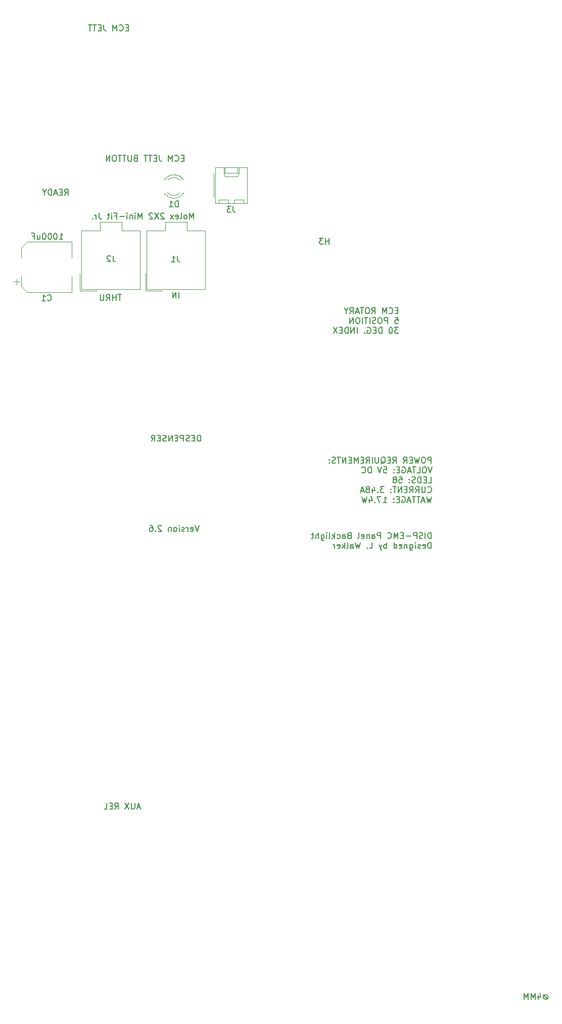
<source format=gbr>
%TF.GenerationSoftware,KiCad,Pcbnew,(5.1.12-1-10_14)*%
%TF.CreationDate,2021-11-28T13:05:42+11:00*%
%TF.ProjectId,DISP-EMC Panel PCB V1,44495350-2d45-44d4-9320-50616e656c20,rev?*%
%TF.SameCoordinates,Original*%
%TF.FileFunction,Legend,Bot*%
%TF.FilePolarity,Positive*%
%FSLAX46Y46*%
G04 Gerber Fmt 4.6, Leading zero omitted, Abs format (unit mm)*
G04 Created by KiCad (PCBNEW (5.1.12-1-10_14)) date 2021-11-28 13:05:42*
%MOMM*%
%LPD*%
G01*
G04 APERTURE LIST*
%ADD10C,0.150000*%
%ADD11C,0.120000*%
G04 APERTURE END LIST*
D10*
X80223904Y-33456571D02*
X79890571Y-33456571D01*
X79747714Y-33980380D02*
X80223904Y-33980380D01*
X80223904Y-32980380D01*
X79747714Y-32980380D01*
X78747714Y-33885142D02*
X78795333Y-33932761D01*
X78938190Y-33980380D01*
X79033428Y-33980380D01*
X79176285Y-33932761D01*
X79271523Y-33837523D01*
X79319142Y-33742285D01*
X79366761Y-33551809D01*
X79366761Y-33408952D01*
X79319142Y-33218476D01*
X79271523Y-33123238D01*
X79176285Y-33028000D01*
X79033428Y-32980380D01*
X78938190Y-32980380D01*
X78795333Y-33028000D01*
X78747714Y-33075619D01*
X78319142Y-33980380D02*
X78319142Y-32980380D01*
X77985809Y-33694666D01*
X77652476Y-32980380D01*
X77652476Y-33980380D01*
X76128666Y-32980380D02*
X76128666Y-33694666D01*
X76176285Y-33837523D01*
X76271523Y-33932761D01*
X76414380Y-33980380D01*
X76509619Y-33980380D01*
X75652476Y-33456571D02*
X75319142Y-33456571D01*
X75176285Y-33980380D02*
X75652476Y-33980380D01*
X75652476Y-32980380D01*
X75176285Y-32980380D01*
X74890571Y-32980380D02*
X74319142Y-32980380D01*
X74604857Y-33980380D02*
X74604857Y-32980380D01*
X74128666Y-32980380D02*
X73557238Y-32980380D01*
X73842952Y-33980380D02*
X73842952Y-32980380D01*
X82224190Y-163996666D02*
X81748000Y-163996666D01*
X82319428Y-164282380D02*
X81986095Y-163282380D01*
X81652761Y-164282380D01*
X81319428Y-163282380D02*
X81319428Y-164091904D01*
X81271809Y-164187142D01*
X81224190Y-164234761D01*
X81128952Y-164282380D01*
X80938476Y-164282380D01*
X80843238Y-164234761D01*
X80795619Y-164187142D01*
X80748000Y-164091904D01*
X80748000Y-163282380D01*
X80367047Y-163282380D02*
X79700380Y-164282380D01*
X79700380Y-163282380D02*
X80367047Y-164282380D01*
X77986095Y-164282380D02*
X78319428Y-163806190D01*
X78557523Y-164282380D02*
X78557523Y-163282380D01*
X78176571Y-163282380D01*
X78081333Y-163330000D01*
X78033714Y-163377619D01*
X77986095Y-163472857D01*
X77986095Y-163615714D01*
X78033714Y-163710952D01*
X78081333Y-163758571D01*
X78176571Y-163806190D01*
X78557523Y-163806190D01*
X77557523Y-163758571D02*
X77224190Y-163758571D01*
X77081333Y-164282380D02*
X77557523Y-164282380D01*
X77557523Y-163282380D01*
X77081333Y-163282380D01*
X76176571Y-164282380D02*
X76652761Y-164282380D01*
X76652761Y-163282380D01*
X125394404Y-80828571D02*
X125061071Y-80828571D01*
X124918214Y-81352380D02*
X125394404Y-81352380D01*
X125394404Y-80352380D01*
X124918214Y-80352380D01*
X123918214Y-81257142D02*
X123965833Y-81304761D01*
X124108690Y-81352380D01*
X124203928Y-81352380D01*
X124346785Y-81304761D01*
X124442023Y-81209523D01*
X124489642Y-81114285D01*
X124537261Y-80923809D01*
X124537261Y-80780952D01*
X124489642Y-80590476D01*
X124442023Y-80495238D01*
X124346785Y-80400000D01*
X124203928Y-80352380D01*
X124108690Y-80352380D01*
X123965833Y-80400000D01*
X123918214Y-80447619D01*
X123489642Y-81352380D02*
X123489642Y-80352380D01*
X123156309Y-81066666D01*
X122822976Y-80352380D01*
X122822976Y-81352380D01*
X121013452Y-81352380D02*
X121346785Y-80876190D01*
X121584880Y-81352380D02*
X121584880Y-80352380D01*
X121203928Y-80352380D01*
X121108690Y-80400000D01*
X121061071Y-80447619D01*
X121013452Y-80542857D01*
X121013452Y-80685714D01*
X121061071Y-80780952D01*
X121108690Y-80828571D01*
X121203928Y-80876190D01*
X121584880Y-80876190D01*
X120394404Y-80352380D02*
X120203928Y-80352380D01*
X120108690Y-80400000D01*
X120013452Y-80495238D01*
X119965833Y-80685714D01*
X119965833Y-81019047D01*
X120013452Y-81209523D01*
X120108690Y-81304761D01*
X120203928Y-81352380D01*
X120394404Y-81352380D01*
X120489642Y-81304761D01*
X120584880Y-81209523D01*
X120632500Y-81019047D01*
X120632500Y-80685714D01*
X120584880Y-80495238D01*
X120489642Y-80400000D01*
X120394404Y-80352380D01*
X119680119Y-80352380D02*
X119108690Y-80352380D01*
X119394404Y-81352380D02*
X119394404Y-80352380D01*
X118822976Y-81066666D02*
X118346785Y-81066666D01*
X118918214Y-81352380D02*
X118584880Y-80352380D01*
X118251547Y-81352380D01*
X117346785Y-81352380D02*
X117680119Y-80876190D01*
X117918214Y-81352380D02*
X117918214Y-80352380D01*
X117537261Y-80352380D01*
X117442023Y-80400000D01*
X117394404Y-80447619D01*
X117346785Y-80542857D01*
X117346785Y-80685714D01*
X117394404Y-80780952D01*
X117442023Y-80828571D01*
X117537261Y-80876190D01*
X117918214Y-80876190D01*
X116727738Y-80876190D02*
X116727738Y-81352380D01*
X117061071Y-80352380D02*
X116727738Y-80876190D01*
X116394404Y-80352380D01*
X124918214Y-82002380D02*
X125394404Y-82002380D01*
X125442023Y-82478571D01*
X125394404Y-82430952D01*
X125299166Y-82383333D01*
X125061071Y-82383333D01*
X124965833Y-82430952D01*
X124918214Y-82478571D01*
X124870595Y-82573809D01*
X124870595Y-82811904D01*
X124918214Y-82907142D01*
X124965833Y-82954761D01*
X125061071Y-83002380D01*
X125299166Y-83002380D01*
X125394404Y-82954761D01*
X125442023Y-82907142D01*
X123680119Y-83002380D02*
X123680119Y-82002380D01*
X123299166Y-82002380D01*
X123203928Y-82050000D01*
X123156309Y-82097619D01*
X123108690Y-82192857D01*
X123108690Y-82335714D01*
X123156309Y-82430952D01*
X123203928Y-82478571D01*
X123299166Y-82526190D01*
X123680119Y-82526190D01*
X122489642Y-82002380D02*
X122299166Y-82002380D01*
X122203928Y-82050000D01*
X122108690Y-82145238D01*
X122061071Y-82335714D01*
X122061071Y-82669047D01*
X122108690Y-82859523D01*
X122203928Y-82954761D01*
X122299166Y-83002380D01*
X122489642Y-83002380D01*
X122584880Y-82954761D01*
X122680119Y-82859523D01*
X122727738Y-82669047D01*
X122727738Y-82335714D01*
X122680119Y-82145238D01*
X122584880Y-82050000D01*
X122489642Y-82002380D01*
X121680119Y-82954761D02*
X121537261Y-83002380D01*
X121299166Y-83002380D01*
X121203928Y-82954761D01*
X121156309Y-82907142D01*
X121108690Y-82811904D01*
X121108690Y-82716666D01*
X121156309Y-82621428D01*
X121203928Y-82573809D01*
X121299166Y-82526190D01*
X121489642Y-82478571D01*
X121584880Y-82430952D01*
X121632500Y-82383333D01*
X121680119Y-82288095D01*
X121680119Y-82192857D01*
X121632500Y-82097619D01*
X121584880Y-82050000D01*
X121489642Y-82002380D01*
X121251547Y-82002380D01*
X121108690Y-82050000D01*
X120680119Y-83002380D02*
X120680119Y-82002380D01*
X120346785Y-82002380D02*
X119775357Y-82002380D01*
X120061071Y-83002380D02*
X120061071Y-82002380D01*
X119442023Y-83002380D02*
X119442023Y-82002380D01*
X118775357Y-82002380D02*
X118584880Y-82002380D01*
X118489642Y-82050000D01*
X118394404Y-82145238D01*
X118346785Y-82335714D01*
X118346785Y-82669047D01*
X118394404Y-82859523D01*
X118489642Y-82954761D01*
X118584880Y-83002380D01*
X118775357Y-83002380D01*
X118870595Y-82954761D01*
X118965833Y-82859523D01*
X119013452Y-82669047D01*
X119013452Y-82335714D01*
X118965833Y-82145238D01*
X118870595Y-82050000D01*
X118775357Y-82002380D01*
X117918214Y-83002380D02*
X117918214Y-82002380D01*
X117346785Y-83002380D01*
X117346785Y-82002380D01*
X125489642Y-83652380D02*
X124870595Y-83652380D01*
X125203928Y-84033333D01*
X125061071Y-84033333D01*
X124965833Y-84080952D01*
X124918214Y-84128571D01*
X124870595Y-84223809D01*
X124870595Y-84461904D01*
X124918214Y-84557142D01*
X124965833Y-84604761D01*
X125061071Y-84652380D01*
X125346785Y-84652380D01*
X125442023Y-84604761D01*
X125489642Y-84557142D01*
X124251547Y-83652380D02*
X124156309Y-83652380D01*
X124061071Y-83700000D01*
X124013452Y-83747619D01*
X123965833Y-83842857D01*
X123918214Y-84033333D01*
X123918214Y-84271428D01*
X123965833Y-84461904D01*
X124013452Y-84557142D01*
X124061071Y-84604761D01*
X124156309Y-84652380D01*
X124251547Y-84652380D01*
X124346785Y-84604761D01*
X124394404Y-84557142D01*
X124442023Y-84461904D01*
X124489642Y-84271428D01*
X124489642Y-84033333D01*
X124442023Y-83842857D01*
X124394404Y-83747619D01*
X124346785Y-83700000D01*
X124251547Y-83652380D01*
X122727738Y-84652380D02*
X122727738Y-83652380D01*
X122489642Y-83652380D01*
X122346785Y-83700000D01*
X122251547Y-83795238D01*
X122203928Y-83890476D01*
X122156309Y-84080952D01*
X122156309Y-84223809D01*
X122203928Y-84414285D01*
X122251547Y-84509523D01*
X122346785Y-84604761D01*
X122489642Y-84652380D01*
X122727738Y-84652380D01*
X121727738Y-84128571D02*
X121394404Y-84128571D01*
X121251547Y-84652380D02*
X121727738Y-84652380D01*
X121727738Y-83652380D01*
X121251547Y-83652380D01*
X120299166Y-83700000D02*
X120394404Y-83652380D01*
X120537261Y-83652380D01*
X120680119Y-83700000D01*
X120775357Y-83795238D01*
X120822976Y-83890476D01*
X120870595Y-84080952D01*
X120870595Y-84223809D01*
X120822976Y-84414285D01*
X120775357Y-84509523D01*
X120680119Y-84604761D01*
X120537261Y-84652380D01*
X120442023Y-84652380D01*
X120299166Y-84604761D01*
X120251547Y-84557142D01*
X120251547Y-84223809D01*
X120442023Y-84223809D01*
X119822976Y-84557142D02*
X119775357Y-84604761D01*
X119822976Y-84652380D01*
X119870595Y-84604761D01*
X119822976Y-84557142D01*
X119822976Y-84652380D01*
X118584880Y-84652380D02*
X118584880Y-83652380D01*
X118108690Y-84652380D02*
X118108690Y-83652380D01*
X117537261Y-84652380D01*
X117537261Y-83652380D01*
X117061071Y-84652380D02*
X117061071Y-83652380D01*
X116822976Y-83652380D01*
X116680119Y-83700000D01*
X116584880Y-83795238D01*
X116537261Y-83890476D01*
X116489642Y-84080952D01*
X116489642Y-84223809D01*
X116537261Y-84414285D01*
X116584880Y-84509523D01*
X116680119Y-84604761D01*
X116822976Y-84652380D01*
X117061071Y-84652380D01*
X116061071Y-84128571D02*
X115727738Y-84128571D01*
X115584880Y-84652380D02*
X116061071Y-84652380D01*
X116061071Y-83652380D01*
X115584880Y-83652380D01*
X115251547Y-83652380D02*
X114584880Y-84652380D01*
X114584880Y-83652380D02*
X115251547Y-84652380D01*
X89534190Y-55300571D02*
X89200857Y-55300571D01*
X89058000Y-55824380D02*
X89534190Y-55824380D01*
X89534190Y-54824380D01*
X89058000Y-54824380D01*
X88058000Y-55729142D02*
X88105619Y-55776761D01*
X88248476Y-55824380D01*
X88343714Y-55824380D01*
X88486571Y-55776761D01*
X88581809Y-55681523D01*
X88629428Y-55586285D01*
X88677047Y-55395809D01*
X88677047Y-55252952D01*
X88629428Y-55062476D01*
X88581809Y-54967238D01*
X88486571Y-54872000D01*
X88343714Y-54824380D01*
X88248476Y-54824380D01*
X88105619Y-54872000D01*
X88058000Y-54919619D01*
X87629428Y-55824380D02*
X87629428Y-54824380D01*
X87296095Y-55538666D01*
X86962761Y-54824380D01*
X86962761Y-55824380D01*
X85438952Y-54824380D02*
X85438952Y-55538666D01*
X85486571Y-55681523D01*
X85581809Y-55776761D01*
X85724666Y-55824380D01*
X85819904Y-55824380D01*
X84962761Y-55300571D02*
X84629428Y-55300571D01*
X84486571Y-55824380D02*
X84962761Y-55824380D01*
X84962761Y-54824380D01*
X84486571Y-54824380D01*
X84200857Y-54824380D02*
X83629428Y-54824380D01*
X83915142Y-55824380D02*
X83915142Y-54824380D01*
X83438952Y-54824380D02*
X82867523Y-54824380D01*
X83153238Y-55824380D02*
X83153238Y-54824380D01*
X81438952Y-55300571D02*
X81296095Y-55348190D01*
X81248476Y-55395809D01*
X81200857Y-55491047D01*
X81200857Y-55633904D01*
X81248476Y-55729142D01*
X81296095Y-55776761D01*
X81391333Y-55824380D01*
X81772285Y-55824380D01*
X81772285Y-54824380D01*
X81438952Y-54824380D01*
X81343714Y-54872000D01*
X81296095Y-54919619D01*
X81248476Y-55014857D01*
X81248476Y-55110095D01*
X81296095Y-55205333D01*
X81343714Y-55252952D01*
X81438952Y-55300571D01*
X81772285Y-55300571D01*
X80772285Y-54824380D02*
X80772285Y-55633904D01*
X80724666Y-55729142D01*
X80677047Y-55776761D01*
X80581809Y-55824380D01*
X80391333Y-55824380D01*
X80296095Y-55776761D01*
X80248476Y-55729142D01*
X80200857Y-55633904D01*
X80200857Y-54824380D01*
X79867523Y-54824380D02*
X79296095Y-54824380D01*
X79581809Y-55824380D02*
X79581809Y-54824380D01*
X79105619Y-54824380D02*
X78534190Y-54824380D01*
X78819904Y-55824380D02*
X78819904Y-54824380D01*
X78010380Y-54824380D02*
X77819904Y-54824380D01*
X77724666Y-54872000D01*
X77629428Y-54967238D01*
X77581809Y-55157714D01*
X77581809Y-55491047D01*
X77629428Y-55681523D01*
X77724666Y-55776761D01*
X77819904Y-55824380D01*
X78010380Y-55824380D01*
X78105619Y-55776761D01*
X78200857Y-55681523D01*
X78248476Y-55491047D01*
X78248476Y-55157714D01*
X78200857Y-54967238D01*
X78105619Y-54872000D01*
X78010380Y-54824380D01*
X77153238Y-55824380D02*
X77153238Y-54824380D01*
X76581809Y-55824380D01*
X76581809Y-54824380D01*
X92345238Y-102702380D02*
X92345238Y-101702380D01*
X92107142Y-101702380D01*
X91964285Y-101750000D01*
X91869047Y-101845238D01*
X91821428Y-101940476D01*
X91773809Y-102130952D01*
X91773809Y-102273809D01*
X91821428Y-102464285D01*
X91869047Y-102559523D01*
X91964285Y-102654761D01*
X92107142Y-102702380D01*
X92345238Y-102702380D01*
X91345238Y-102178571D02*
X91011904Y-102178571D01*
X90869047Y-102702380D02*
X91345238Y-102702380D01*
X91345238Y-101702380D01*
X90869047Y-101702380D01*
X90488095Y-102654761D02*
X90345238Y-102702380D01*
X90107142Y-102702380D01*
X90011904Y-102654761D01*
X89964285Y-102607142D01*
X89916666Y-102511904D01*
X89916666Y-102416666D01*
X89964285Y-102321428D01*
X90011904Y-102273809D01*
X90107142Y-102226190D01*
X90297619Y-102178571D01*
X90392857Y-102130952D01*
X90440476Y-102083333D01*
X90488095Y-101988095D01*
X90488095Y-101892857D01*
X90440476Y-101797619D01*
X90392857Y-101750000D01*
X90297619Y-101702380D01*
X90059523Y-101702380D01*
X89916666Y-101750000D01*
X89488095Y-102702380D02*
X89488095Y-101702380D01*
X89107142Y-101702380D01*
X89011904Y-101750000D01*
X88964285Y-101797619D01*
X88916666Y-101892857D01*
X88916666Y-102035714D01*
X88964285Y-102130952D01*
X89011904Y-102178571D01*
X89107142Y-102226190D01*
X89488095Y-102226190D01*
X88488095Y-102178571D02*
X88154761Y-102178571D01*
X88011904Y-102702380D02*
X88488095Y-102702380D01*
X88488095Y-101702380D01*
X88011904Y-101702380D01*
X87583333Y-102702380D02*
X87583333Y-101702380D01*
X87011904Y-102702380D01*
X87011904Y-101702380D01*
X86583333Y-102654761D02*
X86440476Y-102702380D01*
X86202380Y-102702380D01*
X86107142Y-102654761D01*
X86059523Y-102607142D01*
X86011904Y-102511904D01*
X86011904Y-102416666D01*
X86059523Y-102321428D01*
X86107142Y-102273809D01*
X86202380Y-102226190D01*
X86392857Y-102178571D01*
X86488095Y-102130952D01*
X86535714Y-102083333D01*
X86583333Y-101988095D01*
X86583333Y-101892857D01*
X86535714Y-101797619D01*
X86488095Y-101750000D01*
X86392857Y-101702380D01*
X86154761Y-101702380D01*
X86011904Y-101750000D01*
X85583333Y-102178571D02*
X85250000Y-102178571D01*
X85107142Y-102702380D02*
X85583333Y-102702380D01*
X85583333Y-101702380D01*
X85107142Y-101702380D01*
X84107142Y-102702380D02*
X84440476Y-102226190D01*
X84678571Y-102702380D02*
X84678571Y-101702380D01*
X84297619Y-101702380D01*
X84202380Y-101750000D01*
X84154761Y-101797619D01*
X84107142Y-101892857D01*
X84107142Y-102035714D01*
X84154761Y-102130952D01*
X84202380Y-102178571D01*
X84297619Y-102226190D01*
X84678571Y-102226190D01*
X92074476Y-116800380D02*
X91741142Y-117800380D01*
X91407809Y-116800380D01*
X90693523Y-117752761D02*
X90788761Y-117800380D01*
X90979238Y-117800380D01*
X91074476Y-117752761D01*
X91122095Y-117657523D01*
X91122095Y-117276571D01*
X91074476Y-117181333D01*
X90979238Y-117133714D01*
X90788761Y-117133714D01*
X90693523Y-117181333D01*
X90645904Y-117276571D01*
X90645904Y-117371809D01*
X91122095Y-117467047D01*
X90217333Y-117800380D02*
X90217333Y-117133714D01*
X90217333Y-117324190D02*
X90169714Y-117228952D01*
X90122095Y-117181333D01*
X90026857Y-117133714D01*
X89931619Y-117133714D01*
X89645904Y-117752761D02*
X89550666Y-117800380D01*
X89360190Y-117800380D01*
X89264952Y-117752761D01*
X89217333Y-117657523D01*
X89217333Y-117609904D01*
X89264952Y-117514666D01*
X89360190Y-117467047D01*
X89503047Y-117467047D01*
X89598285Y-117419428D01*
X89645904Y-117324190D01*
X89645904Y-117276571D01*
X89598285Y-117181333D01*
X89503047Y-117133714D01*
X89360190Y-117133714D01*
X89264952Y-117181333D01*
X88788761Y-117800380D02*
X88788761Y-117133714D01*
X88788761Y-116800380D02*
X88836380Y-116848000D01*
X88788761Y-116895619D01*
X88741142Y-116848000D01*
X88788761Y-116800380D01*
X88788761Y-116895619D01*
X88169714Y-117800380D02*
X88264952Y-117752761D01*
X88312571Y-117705142D01*
X88360190Y-117609904D01*
X88360190Y-117324190D01*
X88312571Y-117228952D01*
X88264952Y-117181333D01*
X88169714Y-117133714D01*
X88026857Y-117133714D01*
X87931619Y-117181333D01*
X87884000Y-117228952D01*
X87836380Y-117324190D01*
X87836380Y-117609904D01*
X87884000Y-117705142D01*
X87931619Y-117752761D01*
X88026857Y-117800380D01*
X88169714Y-117800380D01*
X87407809Y-117133714D02*
X87407809Y-117800380D01*
X87407809Y-117228952D02*
X87360190Y-117181333D01*
X87264952Y-117133714D01*
X87122095Y-117133714D01*
X87026857Y-117181333D01*
X86979238Y-117276571D01*
X86979238Y-117800380D01*
X85788761Y-116895619D02*
X85741142Y-116848000D01*
X85645904Y-116800380D01*
X85407809Y-116800380D01*
X85312571Y-116848000D01*
X85264952Y-116895619D01*
X85217333Y-116990857D01*
X85217333Y-117086095D01*
X85264952Y-117228952D01*
X85836380Y-117800380D01*
X85217333Y-117800380D01*
X84788761Y-117705142D02*
X84741142Y-117752761D01*
X84788761Y-117800380D01*
X84836380Y-117752761D01*
X84788761Y-117705142D01*
X84788761Y-117800380D01*
X83884000Y-116800380D02*
X84074476Y-116800380D01*
X84169714Y-116848000D01*
X84217333Y-116895619D01*
X84312571Y-117038476D01*
X84360190Y-117228952D01*
X84360190Y-117609904D01*
X84312571Y-117705142D01*
X84264952Y-117752761D01*
X84169714Y-117800380D01*
X83979238Y-117800380D01*
X83884000Y-117752761D01*
X83836380Y-117705142D01*
X83788761Y-117609904D01*
X83788761Y-117371809D01*
X83836380Y-117276571D01*
X83884000Y-117228952D01*
X83979238Y-117181333D01*
X84169714Y-117181333D01*
X84264952Y-117228952D01*
X84312571Y-117276571D01*
X84360190Y-117371809D01*
X150278885Y-195372076D02*
X150088409Y-195372076D01*
X149897933Y-195467314D01*
X149802695Y-195657790D01*
X149802695Y-195848266D01*
X149897933Y-196038742D01*
X150088409Y-196133980D01*
X150278885Y-196133980D01*
X150469361Y-196038742D01*
X150564600Y-195848266D01*
X150564600Y-195657790D01*
X150469361Y-195467314D01*
X150278885Y-195372076D01*
X149802695Y-195372076D02*
X150564600Y-196133980D01*
X148897933Y-195467314D02*
X148897933Y-196133980D01*
X149136028Y-195086361D02*
X149374123Y-195800647D01*
X148755076Y-195800647D01*
X148374123Y-196133980D02*
X148374123Y-195133980D01*
X148040790Y-195848266D01*
X147707457Y-195133980D01*
X147707457Y-196133980D01*
X147231266Y-196133980D02*
X147231266Y-195133980D01*
X146897933Y-195848266D01*
X146564600Y-195133980D01*
X146564600Y-196133980D01*
X91152380Y-65502380D02*
X91152380Y-64502380D01*
X90819047Y-65216666D01*
X90485714Y-64502380D01*
X90485714Y-65502380D01*
X89866666Y-65502380D02*
X89961904Y-65454761D01*
X90009523Y-65407142D01*
X90057142Y-65311904D01*
X90057142Y-65026190D01*
X90009523Y-64930952D01*
X89961904Y-64883333D01*
X89866666Y-64835714D01*
X89723809Y-64835714D01*
X89628571Y-64883333D01*
X89580952Y-64930952D01*
X89533333Y-65026190D01*
X89533333Y-65311904D01*
X89580952Y-65407142D01*
X89628571Y-65454761D01*
X89723809Y-65502380D01*
X89866666Y-65502380D01*
X88961904Y-65502380D02*
X89057142Y-65454761D01*
X89104761Y-65359523D01*
X89104761Y-64502380D01*
X88200000Y-65454761D02*
X88295238Y-65502380D01*
X88485714Y-65502380D01*
X88580952Y-65454761D01*
X88628571Y-65359523D01*
X88628571Y-64978571D01*
X88580952Y-64883333D01*
X88485714Y-64835714D01*
X88295238Y-64835714D01*
X88200000Y-64883333D01*
X88152380Y-64978571D01*
X88152380Y-65073809D01*
X88628571Y-65169047D01*
X87819047Y-65502380D02*
X87295238Y-64835714D01*
X87819047Y-64835714D02*
X87295238Y-65502380D01*
X86200000Y-64597619D02*
X86152380Y-64550000D01*
X86057142Y-64502380D01*
X85819047Y-64502380D01*
X85723809Y-64550000D01*
X85676190Y-64597619D01*
X85628571Y-64692857D01*
X85628571Y-64788095D01*
X85676190Y-64930952D01*
X86247619Y-65502380D01*
X85628571Y-65502380D01*
X85295238Y-64502380D02*
X84628571Y-65502380D01*
X84628571Y-64502380D02*
X85295238Y-65502380D01*
X84295238Y-64597619D02*
X84247619Y-64550000D01*
X84152380Y-64502380D01*
X83914285Y-64502380D01*
X83819047Y-64550000D01*
X83771428Y-64597619D01*
X83723809Y-64692857D01*
X83723809Y-64788095D01*
X83771428Y-64930952D01*
X84342857Y-65502380D01*
X83723809Y-65502380D01*
X82533333Y-65502380D02*
X82533333Y-64502380D01*
X82200000Y-65216666D01*
X81866666Y-64502380D01*
X81866666Y-65502380D01*
X81390476Y-65502380D02*
X81390476Y-64835714D01*
X81390476Y-64502380D02*
X81438095Y-64550000D01*
X81390476Y-64597619D01*
X81342857Y-64550000D01*
X81390476Y-64502380D01*
X81390476Y-64597619D01*
X80914285Y-64835714D02*
X80914285Y-65502380D01*
X80914285Y-64930952D02*
X80866666Y-64883333D01*
X80771428Y-64835714D01*
X80628571Y-64835714D01*
X80533333Y-64883333D01*
X80485714Y-64978571D01*
X80485714Y-65502380D01*
X80009523Y-65502380D02*
X80009523Y-64835714D01*
X80009523Y-64502380D02*
X80057142Y-64550000D01*
X80009523Y-64597619D01*
X79961904Y-64550000D01*
X80009523Y-64502380D01*
X80009523Y-64597619D01*
X79533333Y-65121428D02*
X78771428Y-65121428D01*
X77961904Y-64978571D02*
X78295238Y-64978571D01*
X78295238Y-65502380D02*
X78295238Y-64502380D01*
X77819047Y-64502380D01*
X77438095Y-65502380D02*
X77438095Y-64835714D01*
X77438095Y-64502380D02*
X77485714Y-64550000D01*
X77438095Y-64597619D01*
X77390476Y-64550000D01*
X77438095Y-64502380D01*
X77438095Y-64597619D01*
X77104761Y-64835714D02*
X76723809Y-64835714D01*
X76961904Y-64502380D02*
X76961904Y-65359523D01*
X76914285Y-65454761D01*
X76819047Y-65502380D01*
X76723809Y-65502380D01*
X75342857Y-64502380D02*
X75342857Y-65216666D01*
X75390476Y-65359523D01*
X75485714Y-65454761D01*
X75628571Y-65502380D01*
X75723809Y-65502380D01*
X74866666Y-65502380D02*
X74866666Y-64835714D01*
X74866666Y-65026190D02*
X74819047Y-64930952D01*
X74771428Y-64883333D01*
X74676190Y-64835714D01*
X74580952Y-64835714D01*
X74247619Y-65407142D02*
X74200000Y-65454761D01*
X74247619Y-65502380D01*
X74295238Y-65454761D01*
X74247619Y-65407142D01*
X74247619Y-65502380D01*
X68698809Y-68905380D02*
X69270238Y-68905380D01*
X68984523Y-68905380D02*
X68984523Y-67905380D01*
X69079761Y-68048238D01*
X69175000Y-68143476D01*
X69270238Y-68191095D01*
X68079761Y-67905380D02*
X67984523Y-67905380D01*
X67889285Y-67953000D01*
X67841666Y-68000619D01*
X67794047Y-68095857D01*
X67746428Y-68286333D01*
X67746428Y-68524428D01*
X67794047Y-68714904D01*
X67841666Y-68810142D01*
X67889285Y-68857761D01*
X67984523Y-68905380D01*
X68079761Y-68905380D01*
X68175000Y-68857761D01*
X68222619Y-68810142D01*
X68270238Y-68714904D01*
X68317857Y-68524428D01*
X68317857Y-68286333D01*
X68270238Y-68095857D01*
X68222619Y-68000619D01*
X68175000Y-67953000D01*
X68079761Y-67905380D01*
X67127380Y-67905380D02*
X67032142Y-67905380D01*
X66936904Y-67953000D01*
X66889285Y-68000619D01*
X66841666Y-68095857D01*
X66794047Y-68286333D01*
X66794047Y-68524428D01*
X66841666Y-68714904D01*
X66889285Y-68810142D01*
X66936904Y-68857761D01*
X67032142Y-68905380D01*
X67127380Y-68905380D01*
X67222619Y-68857761D01*
X67270238Y-68810142D01*
X67317857Y-68714904D01*
X67365476Y-68524428D01*
X67365476Y-68286333D01*
X67317857Y-68095857D01*
X67270238Y-68000619D01*
X67222619Y-67953000D01*
X67127380Y-67905380D01*
X66175000Y-67905380D02*
X66079761Y-67905380D01*
X65984523Y-67953000D01*
X65936904Y-68000619D01*
X65889285Y-68095857D01*
X65841666Y-68286333D01*
X65841666Y-68524428D01*
X65889285Y-68714904D01*
X65936904Y-68810142D01*
X65984523Y-68857761D01*
X66079761Y-68905380D01*
X66175000Y-68905380D01*
X66270238Y-68857761D01*
X66317857Y-68810142D01*
X66365476Y-68714904D01*
X66413095Y-68524428D01*
X66413095Y-68286333D01*
X66365476Y-68095857D01*
X66317857Y-68000619D01*
X66270238Y-67953000D01*
X66175000Y-67905380D01*
X64984523Y-68238714D02*
X64984523Y-68905380D01*
X65413095Y-68238714D02*
X65413095Y-68762523D01*
X65365476Y-68857761D01*
X65270238Y-68905380D01*
X65127380Y-68905380D01*
X65032142Y-68857761D01*
X64984523Y-68810142D01*
X64175000Y-68381571D02*
X64508333Y-68381571D01*
X64508333Y-68905380D02*
X64508333Y-67905380D01*
X64032142Y-67905380D01*
X69572000Y-61502380D02*
X69905333Y-61026190D01*
X70143428Y-61502380D02*
X70143428Y-60502380D01*
X69762476Y-60502380D01*
X69667238Y-60550000D01*
X69619619Y-60597619D01*
X69572000Y-60692857D01*
X69572000Y-60835714D01*
X69619619Y-60930952D01*
X69667238Y-60978571D01*
X69762476Y-61026190D01*
X70143428Y-61026190D01*
X69143428Y-60978571D02*
X68810095Y-60978571D01*
X68667238Y-61502380D02*
X69143428Y-61502380D01*
X69143428Y-60502380D01*
X68667238Y-60502380D01*
X68286285Y-61216666D02*
X67810095Y-61216666D01*
X68381523Y-61502380D02*
X68048190Y-60502380D01*
X67714857Y-61502380D01*
X67381523Y-61502380D02*
X67381523Y-60502380D01*
X67143428Y-60502380D01*
X67000571Y-60550000D01*
X66905333Y-60645238D01*
X66857714Y-60740476D01*
X66810095Y-60930952D01*
X66810095Y-61073809D01*
X66857714Y-61264285D01*
X66905333Y-61359523D01*
X67000571Y-61454761D01*
X67143428Y-61502380D01*
X67381523Y-61502380D01*
X66191047Y-61026190D02*
X66191047Y-61502380D01*
X66524380Y-60502380D02*
X66191047Y-61026190D01*
X65857714Y-60502380D01*
X79083333Y-78152380D02*
X78511904Y-78152380D01*
X78797619Y-79152380D02*
X78797619Y-78152380D01*
X78178571Y-79152380D02*
X78178571Y-78152380D01*
X78178571Y-78628571D02*
X77607142Y-78628571D01*
X77607142Y-79152380D02*
X77607142Y-78152380D01*
X76559523Y-79152380D02*
X76892857Y-78676190D01*
X77130952Y-79152380D02*
X77130952Y-78152380D01*
X76750000Y-78152380D01*
X76654761Y-78200000D01*
X76607142Y-78247619D01*
X76559523Y-78342857D01*
X76559523Y-78485714D01*
X76607142Y-78580952D01*
X76654761Y-78628571D01*
X76750000Y-78676190D01*
X77130952Y-78676190D01*
X76130952Y-78152380D02*
X76130952Y-78961904D01*
X76083333Y-79057142D01*
X76035714Y-79104761D01*
X75940476Y-79152380D01*
X75750000Y-79152380D01*
X75654761Y-79104761D01*
X75607142Y-79057142D01*
X75559523Y-78961904D01*
X75559523Y-78152380D01*
X88723809Y-78752380D02*
X88723809Y-77752380D01*
X88247619Y-78752380D02*
X88247619Y-77752380D01*
X87676190Y-78752380D01*
X87676190Y-77752380D01*
X130982404Y-106372380D02*
X130982404Y-105372380D01*
X130601452Y-105372380D01*
X130506214Y-105420000D01*
X130458595Y-105467619D01*
X130410976Y-105562857D01*
X130410976Y-105705714D01*
X130458595Y-105800952D01*
X130506214Y-105848571D01*
X130601452Y-105896190D01*
X130982404Y-105896190D01*
X129791928Y-105372380D02*
X129601452Y-105372380D01*
X129506214Y-105420000D01*
X129410976Y-105515238D01*
X129363357Y-105705714D01*
X129363357Y-106039047D01*
X129410976Y-106229523D01*
X129506214Y-106324761D01*
X129601452Y-106372380D01*
X129791928Y-106372380D01*
X129887166Y-106324761D01*
X129982404Y-106229523D01*
X130030023Y-106039047D01*
X130030023Y-105705714D01*
X129982404Y-105515238D01*
X129887166Y-105420000D01*
X129791928Y-105372380D01*
X129030023Y-105372380D02*
X128791928Y-106372380D01*
X128601452Y-105658095D01*
X128410976Y-106372380D01*
X128172880Y-105372380D01*
X127791928Y-105848571D02*
X127458595Y-105848571D01*
X127315738Y-106372380D02*
X127791928Y-106372380D01*
X127791928Y-105372380D01*
X127315738Y-105372380D01*
X126315738Y-106372380D02*
X126649071Y-105896190D01*
X126887166Y-106372380D02*
X126887166Y-105372380D01*
X126506214Y-105372380D01*
X126410976Y-105420000D01*
X126363357Y-105467619D01*
X126315738Y-105562857D01*
X126315738Y-105705714D01*
X126363357Y-105800952D01*
X126410976Y-105848571D01*
X126506214Y-105896190D01*
X126887166Y-105896190D01*
X124553833Y-106372380D02*
X124887166Y-105896190D01*
X125125261Y-106372380D02*
X125125261Y-105372380D01*
X124744309Y-105372380D01*
X124649071Y-105420000D01*
X124601452Y-105467619D01*
X124553833Y-105562857D01*
X124553833Y-105705714D01*
X124601452Y-105800952D01*
X124649071Y-105848571D01*
X124744309Y-105896190D01*
X125125261Y-105896190D01*
X124125261Y-105848571D02*
X123791928Y-105848571D01*
X123649071Y-106372380D02*
X124125261Y-106372380D01*
X124125261Y-105372380D01*
X123649071Y-105372380D01*
X122553833Y-106467619D02*
X122649071Y-106420000D01*
X122744309Y-106324761D01*
X122887166Y-106181904D01*
X122982404Y-106134285D01*
X123077642Y-106134285D01*
X123030023Y-106372380D02*
X123125261Y-106324761D01*
X123220500Y-106229523D01*
X123268119Y-106039047D01*
X123268119Y-105705714D01*
X123220500Y-105515238D01*
X123125261Y-105420000D01*
X123030023Y-105372380D01*
X122839547Y-105372380D01*
X122744309Y-105420000D01*
X122649071Y-105515238D01*
X122601452Y-105705714D01*
X122601452Y-106039047D01*
X122649071Y-106229523D01*
X122744309Y-106324761D01*
X122839547Y-106372380D01*
X123030023Y-106372380D01*
X122172880Y-105372380D02*
X122172880Y-106181904D01*
X122125261Y-106277142D01*
X122077642Y-106324761D01*
X121982404Y-106372380D01*
X121791928Y-106372380D01*
X121696690Y-106324761D01*
X121649071Y-106277142D01*
X121601452Y-106181904D01*
X121601452Y-105372380D01*
X121125261Y-106372380D02*
X121125261Y-105372380D01*
X120077642Y-106372380D02*
X120410976Y-105896190D01*
X120649071Y-106372380D02*
X120649071Y-105372380D01*
X120268119Y-105372380D01*
X120172880Y-105420000D01*
X120125261Y-105467619D01*
X120077642Y-105562857D01*
X120077642Y-105705714D01*
X120125261Y-105800952D01*
X120172880Y-105848571D01*
X120268119Y-105896190D01*
X120649071Y-105896190D01*
X119649071Y-105848571D02*
X119315738Y-105848571D01*
X119172880Y-106372380D02*
X119649071Y-106372380D01*
X119649071Y-105372380D01*
X119172880Y-105372380D01*
X118744309Y-106372380D02*
X118744309Y-105372380D01*
X118410976Y-106086666D01*
X118077642Y-105372380D01*
X118077642Y-106372380D01*
X117601452Y-105848571D02*
X117268119Y-105848571D01*
X117125261Y-106372380D02*
X117601452Y-106372380D01*
X117601452Y-105372380D01*
X117125261Y-105372380D01*
X116696690Y-106372380D02*
X116696690Y-105372380D01*
X116125261Y-106372380D01*
X116125261Y-105372380D01*
X115791928Y-105372380D02*
X115220500Y-105372380D01*
X115506214Y-106372380D02*
X115506214Y-105372380D01*
X114934785Y-106324761D02*
X114791928Y-106372380D01*
X114553833Y-106372380D01*
X114458595Y-106324761D01*
X114410976Y-106277142D01*
X114363357Y-106181904D01*
X114363357Y-106086666D01*
X114410976Y-105991428D01*
X114458595Y-105943809D01*
X114553833Y-105896190D01*
X114744309Y-105848571D01*
X114839547Y-105800952D01*
X114887166Y-105753333D01*
X114934785Y-105658095D01*
X114934785Y-105562857D01*
X114887166Y-105467619D01*
X114839547Y-105420000D01*
X114744309Y-105372380D01*
X114506214Y-105372380D01*
X114363357Y-105420000D01*
X113934785Y-106277142D02*
X113887166Y-106324761D01*
X113934785Y-106372380D01*
X113982404Y-106324761D01*
X113934785Y-106277142D01*
X113934785Y-106372380D01*
X113934785Y-105753333D02*
X113887166Y-105800952D01*
X113934785Y-105848571D01*
X113982404Y-105800952D01*
X113934785Y-105753333D01*
X113934785Y-105848571D01*
X131125261Y-107022380D02*
X130791928Y-108022380D01*
X130458595Y-107022380D01*
X129934785Y-107022380D02*
X129744309Y-107022380D01*
X129649071Y-107070000D01*
X129553833Y-107165238D01*
X129506214Y-107355714D01*
X129506214Y-107689047D01*
X129553833Y-107879523D01*
X129649071Y-107974761D01*
X129744309Y-108022380D01*
X129934785Y-108022380D01*
X130030023Y-107974761D01*
X130125261Y-107879523D01*
X130172880Y-107689047D01*
X130172880Y-107355714D01*
X130125261Y-107165238D01*
X130030023Y-107070000D01*
X129934785Y-107022380D01*
X128601452Y-108022380D02*
X129077642Y-108022380D01*
X129077642Y-107022380D01*
X128410976Y-107022380D02*
X127839547Y-107022380D01*
X128125261Y-108022380D02*
X128125261Y-107022380D01*
X127553833Y-107736666D02*
X127077642Y-107736666D01*
X127649071Y-108022380D02*
X127315738Y-107022380D01*
X126982404Y-108022380D01*
X126125261Y-107070000D02*
X126220500Y-107022380D01*
X126363357Y-107022380D01*
X126506214Y-107070000D01*
X126601452Y-107165238D01*
X126649071Y-107260476D01*
X126696690Y-107450952D01*
X126696690Y-107593809D01*
X126649071Y-107784285D01*
X126601452Y-107879523D01*
X126506214Y-107974761D01*
X126363357Y-108022380D01*
X126268119Y-108022380D01*
X126125261Y-107974761D01*
X126077642Y-107927142D01*
X126077642Y-107593809D01*
X126268119Y-107593809D01*
X125649071Y-107498571D02*
X125315738Y-107498571D01*
X125172880Y-108022380D02*
X125649071Y-108022380D01*
X125649071Y-107022380D01*
X125172880Y-107022380D01*
X124744309Y-107927142D02*
X124696690Y-107974761D01*
X124744309Y-108022380D01*
X124791928Y-107974761D01*
X124744309Y-107927142D01*
X124744309Y-108022380D01*
X124744309Y-107403333D02*
X124696690Y-107450952D01*
X124744309Y-107498571D01*
X124791928Y-107450952D01*
X124744309Y-107403333D01*
X124744309Y-107498571D01*
X123030023Y-107022380D02*
X123506214Y-107022380D01*
X123553833Y-107498571D01*
X123506214Y-107450952D01*
X123410976Y-107403333D01*
X123172880Y-107403333D01*
X123077642Y-107450952D01*
X123030023Y-107498571D01*
X122982404Y-107593809D01*
X122982404Y-107831904D01*
X123030023Y-107927142D01*
X123077642Y-107974761D01*
X123172880Y-108022380D01*
X123410976Y-108022380D01*
X123506214Y-107974761D01*
X123553833Y-107927142D01*
X122696690Y-107022380D02*
X122363357Y-108022380D01*
X122030023Y-107022380D01*
X120934785Y-108022380D02*
X120934785Y-107022380D01*
X120696690Y-107022380D01*
X120553833Y-107070000D01*
X120458595Y-107165238D01*
X120410976Y-107260476D01*
X120363357Y-107450952D01*
X120363357Y-107593809D01*
X120410976Y-107784285D01*
X120458595Y-107879523D01*
X120553833Y-107974761D01*
X120696690Y-108022380D01*
X120934785Y-108022380D01*
X119363357Y-107927142D02*
X119410976Y-107974761D01*
X119553833Y-108022380D01*
X119649071Y-108022380D01*
X119791928Y-107974761D01*
X119887166Y-107879523D01*
X119934785Y-107784285D01*
X119982404Y-107593809D01*
X119982404Y-107450952D01*
X119934785Y-107260476D01*
X119887166Y-107165238D01*
X119791928Y-107070000D01*
X119649071Y-107022380D01*
X119553833Y-107022380D01*
X119410976Y-107070000D01*
X119363357Y-107117619D01*
X130506214Y-109672380D02*
X130982404Y-109672380D01*
X130982404Y-108672380D01*
X130172880Y-109148571D02*
X129839547Y-109148571D01*
X129696690Y-109672380D02*
X130172880Y-109672380D01*
X130172880Y-108672380D01*
X129696690Y-108672380D01*
X129268119Y-109672380D02*
X129268119Y-108672380D01*
X129030023Y-108672380D01*
X128887166Y-108720000D01*
X128791928Y-108815238D01*
X128744309Y-108910476D01*
X128696690Y-109100952D01*
X128696690Y-109243809D01*
X128744309Y-109434285D01*
X128791928Y-109529523D01*
X128887166Y-109624761D01*
X129030023Y-109672380D01*
X129268119Y-109672380D01*
X128315738Y-109624761D02*
X128172880Y-109672380D01*
X127934785Y-109672380D01*
X127839547Y-109624761D01*
X127791928Y-109577142D01*
X127744309Y-109481904D01*
X127744309Y-109386666D01*
X127791928Y-109291428D01*
X127839547Y-109243809D01*
X127934785Y-109196190D01*
X128125261Y-109148571D01*
X128220500Y-109100952D01*
X128268119Y-109053333D01*
X128315738Y-108958095D01*
X128315738Y-108862857D01*
X128268119Y-108767619D01*
X128220500Y-108720000D01*
X128125261Y-108672380D01*
X127887166Y-108672380D01*
X127744309Y-108720000D01*
X127315738Y-109577142D02*
X127268119Y-109624761D01*
X127315738Y-109672380D01*
X127363357Y-109624761D01*
X127315738Y-109577142D01*
X127315738Y-109672380D01*
X127315738Y-109053333D02*
X127268119Y-109100952D01*
X127315738Y-109148571D01*
X127363357Y-109100952D01*
X127315738Y-109053333D01*
X127315738Y-109148571D01*
X125601452Y-108672380D02*
X126077642Y-108672380D01*
X126125261Y-109148571D01*
X126077642Y-109100952D01*
X125982404Y-109053333D01*
X125744309Y-109053333D01*
X125649071Y-109100952D01*
X125601452Y-109148571D01*
X125553833Y-109243809D01*
X125553833Y-109481904D01*
X125601452Y-109577142D01*
X125649071Y-109624761D01*
X125744309Y-109672380D01*
X125982404Y-109672380D01*
X126077642Y-109624761D01*
X126125261Y-109577142D01*
X124982404Y-109100952D02*
X125077642Y-109053333D01*
X125125261Y-109005714D01*
X125172880Y-108910476D01*
X125172880Y-108862857D01*
X125125261Y-108767619D01*
X125077642Y-108720000D01*
X124982404Y-108672380D01*
X124791928Y-108672380D01*
X124696690Y-108720000D01*
X124649071Y-108767619D01*
X124601452Y-108862857D01*
X124601452Y-108910476D01*
X124649071Y-109005714D01*
X124696690Y-109053333D01*
X124791928Y-109100952D01*
X124982404Y-109100952D01*
X125077642Y-109148571D01*
X125125261Y-109196190D01*
X125172880Y-109291428D01*
X125172880Y-109481904D01*
X125125261Y-109577142D01*
X125077642Y-109624761D01*
X124982404Y-109672380D01*
X124791928Y-109672380D01*
X124696690Y-109624761D01*
X124649071Y-109577142D01*
X124601452Y-109481904D01*
X124601452Y-109291428D01*
X124649071Y-109196190D01*
X124696690Y-109148571D01*
X124791928Y-109100952D01*
X130410976Y-111227142D02*
X130458595Y-111274761D01*
X130601452Y-111322380D01*
X130696690Y-111322380D01*
X130839547Y-111274761D01*
X130934785Y-111179523D01*
X130982404Y-111084285D01*
X131030023Y-110893809D01*
X131030023Y-110750952D01*
X130982404Y-110560476D01*
X130934785Y-110465238D01*
X130839547Y-110370000D01*
X130696690Y-110322380D01*
X130601452Y-110322380D01*
X130458595Y-110370000D01*
X130410976Y-110417619D01*
X129982404Y-110322380D02*
X129982404Y-111131904D01*
X129934785Y-111227142D01*
X129887166Y-111274761D01*
X129791928Y-111322380D01*
X129601452Y-111322380D01*
X129506214Y-111274761D01*
X129458595Y-111227142D01*
X129410976Y-111131904D01*
X129410976Y-110322380D01*
X128363357Y-111322380D02*
X128696690Y-110846190D01*
X128934785Y-111322380D02*
X128934785Y-110322380D01*
X128553833Y-110322380D01*
X128458595Y-110370000D01*
X128410976Y-110417619D01*
X128363357Y-110512857D01*
X128363357Y-110655714D01*
X128410976Y-110750952D01*
X128458595Y-110798571D01*
X128553833Y-110846190D01*
X128934785Y-110846190D01*
X127363357Y-111322380D02*
X127696690Y-110846190D01*
X127934785Y-111322380D02*
X127934785Y-110322380D01*
X127553833Y-110322380D01*
X127458595Y-110370000D01*
X127410976Y-110417619D01*
X127363357Y-110512857D01*
X127363357Y-110655714D01*
X127410976Y-110750952D01*
X127458595Y-110798571D01*
X127553833Y-110846190D01*
X127934785Y-110846190D01*
X126934785Y-110798571D02*
X126601452Y-110798571D01*
X126458595Y-111322380D02*
X126934785Y-111322380D01*
X126934785Y-110322380D01*
X126458595Y-110322380D01*
X126030023Y-111322380D02*
X126030023Y-110322380D01*
X125458595Y-111322380D01*
X125458595Y-110322380D01*
X125125261Y-110322380D02*
X124553833Y-110322380D01*
X124839547Y-111322380D02*
X124839547Y-110322380D01*
X124220500Y-111227142D02*
X124172880Y-111274761D01*
X124220500Y-111322380D01*
X124268119Y-111274761D01*
X124220500Y-111227142D01*
X124220500Y-111322380D01*
X124220500Y-110703333D02*
X124172880Y-110750952D01*
X124220500Y-110798571D01*
X124268119Y-110750952D01*
X124220500Y-110703333D01*
X124220500Y-110798571D01*
X123077642Y-110322380D02*
X122458595Y-110322380D01*
X122791928Y-110703333D01*
X122649071Y-110703333D01*
X122553833Y-110750952D01*
X122506214Y-110798571D01*
X122458595Y-110893809D01*
X122458595Y-111131904D01*
X122506214Y-111227142D01*
X122553833Y-111274761D01*
X122649071Y-111322380D01*
X122934785Y-111322380D01*
X123030023Y-111274761D01*
X123077642Y-111227142D01*
X122030023Y-111227142D02*
X121982404Y-111274761D01*
X122030023Y-111322380D01*
X122077642Y-111274761D01*
X122030023Y-111227142D01*
X122030023Y-111322380D01*
X121125261Y-110655714D02*
X121125261Y-111322380D01*
X121363357Y-110274761D02*
X121601452Y-110989047D01*
X120982404Y-110989047D01*
X120458595Y-110750952D02*
X120553833Y-110703333D01*
X120601452Y-110655714D01*
X120649071Y-110560476D01*
X120649071Y-110512857D01*
X120601452Y-110417619D01*
X120553833Y-110370000D01*
X120458595Y-110322380D01*
X120268119Y-110322380D01*
X120172880Y-110370000D01*
X120125261Y-110417619D01*
X120077642Y-110512857D01*
X120077642Y-110560476D01*
X120125261Y-110655714D01*
X120172880Y-110703333D01*
X120268119Y-110750952D01*
X120458595Y-110750952D01*
X120553833Y-110798571D01*
X120601452Y-110846190D01*
X120649071Y-110941428D01*
X120649071Y-111131904D01*
X120601452Y-111227142D01*
X120553833Y-111274761D01*
X120458595Y-111322380D01*
X120268119Y-111322380D01*
X120172880Y-111274761D01*
X120125261Y-111227142D01*
X120077642Y-111131904D01*
X120077642Y-110941428D01*
X120125261Y-110846190D01*
X120172880Y-110798571D01*
X120268119Y-110750952D01*
X119696690Y-111036666D02*
X119220500Y-111036666D01*
X119791928Y-111322380D02*
X119458595Y-110322380D01*
X119125261Y-111322380D01*
X131077642Y-111972380D02*
X130839547Y-112972380D01*
X130649071Y-112258095D01*
X130458595Y-112972380D01*
X130220500Y-111972380D01*
X129887166Y-112686666D02*
X129410976Y-112686666D01*
X129982404Y-112972380D02*
X129649071Y-111972380D01*
X129315738Y-112972380D01*
X129125261Y-111972380D02*
X128553833Y-111972380D01*
X128839547Y-112972380D02*
X128839547Y-111972380D01*
X128363357Y-111972380D02*
X127791928Y-111972380D01*
X128077642Y-112972380D02*
X128077642Y-111972380D01*
X127506214Y-112686666D02*
X127030023Y-112686666D01*
X127601452Y-112972380D02*
X127268119Y-111972380D01*
X126934785Y-112972380D01*
X126077642Y-112020000D02*
X126172880Y-111972380D01*
X126315738Y-111972380D01*
X126458595Y-112020000D01*
X126553833Y-112115238D01*
X126601452Y-112210476D01*
X126649071Y-112400952D01*
X126649071Y-112543809D01*
X126601452Y-112734285D01*
X126553833Y-112829523D01*
X126458595Y-112924761D01*
X126315738Y-112972380D01*
X126220500Y-112972380D01*
X126077642Y-112924761D01*
X126030023Y-112877142D01*
X126030023Y-112543809D01*
X126220500Y-112543809D01*
X125601452Y-112448571D02*
X125268119Y-112448571D01*
X125125261Y-112972380D02*
X125601452Y-112972380D01*
X125601452Y-111972380D01*
X125125261Y-111972380D01*
X124696690Y-112877142D02*
X124649071Y-112924761D01*
X124696690Y-112972380D01*
X124744309Y-112924761D01*
X124696690Y-112877142D01*
X124696690Y-112972380D01*
X124696690Y-112353333D02*
X124649071Y-112400952D01*
X124696690Y-112448571D01*
X124744309Y-112400952D01*
X124696690Y-112353333D01*
X124696690Y-112448571D01*
X122934785Y-112972380D02*
X123506214Y-112972380D01*
X123220500Y-112972380D02*
X123220500Y-111972380D01*
X123315738Y-112115238D01*
X123410976Y-112210476D01*
X123506214Y-112258095D01*
X122601452Y-111972380D02*
X121934785Y-111972380D01*
X122363357Y-112972380D01*
X121553833Y-112877142D02*
X121506214Y-112924761D01*
X121553833Y-112972380D01*
X121601452Y-112924761D01*
X121553833Y-112877142D01*
X121553833Y-112972380D01*
X120649071Y-112305714D02*
X120649071Y-112972380D01*
X120887166Y-111924761D02*
X121125261Y-112639047D01*
X120506214Y-112639047D01*
X120220500Y-111972380D02*
X119982404Y-112972380D01*
X119791928Y-112258095D01*
X119601452Y-112972380D01*
X119363357Y-111972380D01*
X130982404Y-119007380D02*
X130982404Y-118007380D01*
X130744309Y-118007380D01*
X130601452Y-118055000D01*
X130506214Y-118150238D01*
X130458595Y-118245476D01*
X130410976Y-118435952D01*
X130410976Y-118578809D01*
X130458595Y-118769285D01*
X130506214Y-118864523D01*
X130601452Y-118959761D01*
X130744309Y-119007380D01*
X130982404Y-119007380D01*
X129982404Y-119007380D02*
X129982404Y-118007380D01*
X129553833Y-118959761D02*
X129410976Y-119007380D01*
X129172880Y-119007380D01*
X129077642Y-118959761D01*
X129030023Y-118912142D01*
X128982404Y-118816904D01*
X128982404Y-118721666D01*
X129030023Y-118626428D01*
X129077642Y-118578809D01*
X129172880Y-118531190D01*
X129363357Y-118483571D01*
X129458595Y-118435952D01*
X129506214Y-118388333D01*
X129553833Y-118293095D01*
X129553833Y-118197857D01*
X129506214Y-118102619D01*
X129458595Y-118055000D01*
X129363357Y-118007380D01*
X129125261Y-118007380D01*
X128982404Y-118055000D01*
X128553833Y-119007380D02*
X128553833Y-118007380D01*
X128172880Y-118007380D01*
X128077642Y-118055000D01*
X128030023Y-118102619D01*
X127982404Y-118197857D01*
X127982404Y-118340714D01*
X128030023Y-118435952D01*
X128077642Y-118483571D01*
X128172880Y-118531190D01*
X128553833Y-118531190D01*
X127553833Y-118626428D02*
X126791928Y-118626428D01*
X126315738Y-118483571D02*
X125982404Y-118483571D01*
X125839547Y-119007380D02*
X126315738Y-119007380D01*
X126315738Y-118007380D01*
X125839547Y-118007380D01*
X125410976Y-119007380D02*
X125410976Y-118007380D01*
X125077642Y-118721666D01*
X124744309Y-118007380D01*
X124744309Y-119007380D01*
X123696690Y-118912142D02*
X123744309Y-118959761D01*
X123887166Y-119007380D01*
X123982404Y-119007380D01*
X124125261Y-118959761D01*
X124220500Y-118864523D01*
X124268119Y-118769285D01*
X124315738Y-118578809D01*
X124315738Y-118435952D01*
X124268119Y-118245476D01*
X124220500Y-118150238D01*
X124125261Y-118055000D01*
X123982404Y-118007380D01*
X123887166Y-118007380D01*
X123744309Y-118055000D01*
X123696690Y-118102619D01*
X122506214Y-119007380D02*
X122506214Y-118007380D01*
X122125261Y-118007380D01*
X122030023Y-118055000D01*
X121982404Y-118102619D01*
X121934785Y-118197857D01*
X121934785Y-118340714D01*
X121982404Y-118435952D01*
X122030023Y-118483571D01*
X122125261Y-118531190D01*
X122506214Y-118531190D01*
X121077642Y-119007380D02*
X121077642Y-118483571D01*
X121125261Y-118388333D01*
X121220500Y-118340714D01*
X121410976Y-118340714D01*
X121506214Y-118388333D01*
X121077642Y-118959761D02*
X121172880Y-119007380D01*
X121410976Y-119007380D01*
X121506214Y-118959761D01*
X121553833Y-118864523D01*
X121553833Y-118769285D01*
X121506214Y-118674047D01*
X121410976Y-118626428D01*
X121172880Y-118626428D01*
X121077642Y-118578809D01*
X120601452Y-118340714D02*
X120601452Y-119007380D01*
X120601452Y-118435952D02*
X120553833Y-118388333D01*
X120458595Y-118340714D01*
X120315738Y-118340714D01*
X120220500Y-118388333D01*
X120172880Y-118483571D01*
X120172880Y-119007380D01*
X119315738Y-118959761D02*
X119410976Y-119007380D01*
X119601452Y-119007380D01*
X119696690Y-118959761D01*
X119744309Y-118864523D01*
X119744309Y-118483571D01*
X119696690Y-118388333D01*
X119601452Y-118340714D01*
X119410976Y-118340714D01*
X119315738Y-118388333D01*
X119268119Y-118483571D01*
X119268119Y-118578809D01*
X119744309Y-118674047D01*
X118696690Y-119007380D02*
X118791928Y-118959761D01*
X118839547Y-118864523D01*
X118839547Y-118007380D01*
X117220500Y-118483571D02*
X117077642Y-118531190D01*
X117030023Y-118578809D01*
X116982404Y-118674047D01*
X116982404Y-118816904D01*
X117030023Y-118912142D01*
X117077642Y-118959761D01*
X117172880Y-119007380D01*
X117553833Y-119007380D01*
X117553833Y-118007380D01*
X117220500Y-118007380D01*
X117125261Y-118055000D01*
X117077642Y-118102619D01*
X117030023Y-118197857D01*
X117030023Y-118293095D01*
X117077642Y-118388333D01*
X117125261Y-118435952D01*
X117220500Y-118483571D01*
X117553833Y-118483571D01*
X116125261Y-119007380D02*
X116125261Y-118483571D01*
X116172880Y-118388333D01*
X116268119Y-118340714D01*
X116458595Y-118340714D01*
X116553833Y-118388333D01*
X116125261Y-118959761D02*
X116220500Y-119007380D01*
X116458595Y-119007380D01*
X116553833Y-118959761D01*
X116601452Y-118864523D01*
X116601452Y-118769285D01*
X116553833Y-118674047D01*
X116458595Y-118626428D01*
X116220500Y-118626428D01*
X116125261Y-118578809D01*
X115220500Y-118959761D02*
X115315738Y-119007380D01*
X115506214Y-119007380D01*
X115601452Y-118959761D01*
X115649071Y-118912142D01*
X115696690Y-118816904D01*
X115696690Y-118531190D01*
X115649071Y-118435952D01*
X115601452Y-118388333D01*
X115506214Y-118340714D01*
X115315738Y-118340714D01*
X115220500Y-118388333D01*
X114791928Y-119007380D02*
X114791928Y-118007380D01*
X114696690Y-118626428D02*
X114410976Y-119007380D01*
X114410976Y-118340714D02*
X114791928Y-118721666D01*
X113839547Y-119007380D02*
X113934785Y-118959761D01*
X113982404Y-118864523D01*
X113982404Y-118007380D01*
X113458595Y-119007380D02*
X113458595Y-118340714D01*
X113458595Y-118007380D02*
X113506214Y-118055000D01*
X113458595Y-118102619D01*
X113410976Y-118055000D01*
X113458595Y-118007380D01*
X113458595Y-118102619D01*
X112553833Y-118340714D02*
X112553833Y-119150238D01*
X112601452Y-119245476D01*
X112649071Y-119293095D01*
X112744309Y-119340714D01*
X112887166Y-119340714D01*
X112982404Y-119293095D01*
X112553833Y-118959761D02*
X112649071Y-119007380D01*
X112839547Y-119007380D01*
X112934785Y-118959761D01*
X112982404Y-118912142D01*
X113030023Y-118816904D01*
X113030023Y-118531190D01*
X112982404Y-118435952D01*
X112934785Y-118388333D01*
X112839547Y-118340714D01*
X112649071Y-118340714D01*
X112553833Y-118388333D01*
X112077642Y-119007380D02*
X112077642Y-118007380D01*
X111649071Y-119007380D02*
X111649071Y-118483571D01*
X111696690Y-118388333D01*
X111791928Y-118340714D01*
X111934785Y-118340714D01*
X112030023Y-118388333D01*
X112077642Y-118435952D01*
X111315738Y-118340714D02*
X110934785Y-118340714D01*
X111172880Y-118007380D02*
X111172880Y-118864523D01*
X111125261Y-118959761D01*
X111030023Y-119007380D01*
X110934785Y-119007380D01*
X130982404Y-120657380D02*
X130982404Y-119657380D01*
X130744309Y-119657380D01*
X130601452Y-119705000D01*
X130506214Y-119800238D01*
X130458595Y-119895476D01*
X130410976Y-120085952D01*
X130410976Y-120228809D01*
X130458595Y-120419285D01*
X130506214Y-120514523D01*
X130601452Y-120609761D01*
X130744309Y-120657380D01*
X130982404Y-120657380D01*
X129601452Y-120609761D02*
X129696690Y-120657380D01*
X129887166Y-120657380D01*
X129982404Y-120609761D01*
X130030023Y-120514523D01*
X130030023Y-120133571D01*
X129982404Y-120038333D01*
X129887166Y-119990714D01*
X129696690Y-119990714D01*
X129601452Y-120038333D01*
X129553833Y-120133571D01*
X129553833Y-120228809D01*
X130030023Y-120324047D01*
X129172880Y-120609761D02*
X129077642Y-120657380D01*
X128887166Y-120657380D01*
X128791928Y-120609761D01*
X128744309Y-120514523D01*
X128744309Y-120466904D01*
X128791928Y-120371666D01*
X128887166Y-120324047D01*
X129030023Y-120324047D01*
X129125261Y-120276428D01*
X129172880Y-120181190D01*
X129172880Y-120133571D01*
X129125261Y-120038333D01*
X129030023Y-119990714D01*
X128887166Y-119990714D01*
X128791928Y-120038333D01*
X128315738Y-120657380D02*
X128315738Y-119990714D01*
X128315738Y-119657380D02*
X128363357Y-119705000D01*
X128315738Y-119752619D01*
X128268119Y-119705000D01*
X128315738Y-119657380D01*
X128315738Y-119752619D01*
X127410976Y-119990714D02*
X127410976Y-120800238D01*
X127458595Y-120895476D01*
X127506214Y-120943095D01*
X127601452Y-120990714D01*
X127744309Y-120990714D01*
X127839547Y-120943095D01*
X127410976Y-120609761D02*
X127506214Y-120657380D01*
X127696690Y-120657380D01*
X127791928Y-120609761D01*
X127839547Y-120562142D01*
X127887166Y-120466904D01*
X127887166Y-120181190D01*
X127839547Y-120085952D01*
X127791928Y-120038333D01*
X127696690Y-119990714D01*
X127506214Y-119990714D01*
X127410976Y-120038333D01*
X126934785Y-119990714D02*
X126934785Y-120657380D01*
X126934785Y-120085952D02*
X126887166Y-120038333D01*
X126791928Y-119990714D01*
X126649071Y-119990714D01*
X126553833Y-120038333D01*
X126506214Y-120133571D01*
X126506214Y-120657380D01*
X125649071Y-120609761D02*
X125744309Y-120657380D01*
X125934785Y-120657380D01*
X126030023Y-120609761D01*
X126077642Y-120514523D01*
X126077642Y-120133571D01*
X126030023Y-120038333D01*
X125934785Y-119990714D01*
X125744309Y-119990714D01*
X125649071Y-120038333D01*
X125601452Y-120133571D01*
X125601452Y-120228809D01*
X126077642Y-120324047D01*
X124744309Y-120657380D02*
X124744309Y-119657380D01*
X124744309Y-120609761D02*
X124839547Y-120657380D01*
X125030023Y-120657380D01*
X125125261Y-120609761D01*
X125172880Y-120562142D01*
X125220500Y-120466904D01*
X125220500Y-120181190D01*
X125172880Y-120085952D01*
X125125261Y-120038333D01*
X125030023Y-119990714D01*
X124839547Y-119990714D01*
X124744309Y-120038333D01*
X123506214Y-120657380D02*
X123506214Y-119657380D01*
X123506214Y-120038333D02*
X123410976Y-119990714D01*
X123220500Y-119990714D01*
X123125261Y-120038333D01*
X123077642Y-120085952D01*
X123030023Y-120181190D01*
X123030023Y-120466904D01*
X123077642Y-120562142D01*
X123125261Y-120609761D01*
X123220500Y-120657380D01*
X123410976Y-120657380D01*
X123506214Y-120609761D01*
X122696690Y-119990714D02*
X122458595Y-120657380D01*
X122220500Y-119990714D02*
X122458595Y-120657380D01*
X122553833Y-120895476D01*
X122601452Y-120943095D01*
X122696690Y-120990714D01*
X120601452Y-120657380D02*
X121077642Y-120657380D01*
X121077642Y-119657380D01*
X120268119Y-120562142D02*
X120220500Y-120609761D01*
X120268119Y-120657380D01*
X120315738Y-120609761D01*
X120268119Y-120562142D01*
X120268119Y-120657380D01*
X119125261Y-119657380D02*
X118887166Y-120657380D01*
X118696690Y-119943095D01*
X118506214Y-120657380D01*
X118268119Y-119657380D01*
X117458595Y-120657380D02*
X117458595Y-120133571D01*
X117506214Y-120038333D01*
X117601452Y-119990714D01*
X117791928Y-119990714D01*
X117887166Y-120038333D01*
X117458595Y-120609761D02*
X117553833Y-120657380D01*
X117791928Y-120657380D01*
X117887166Y-120609761D01*
X117934785Y-120514523D01*
X117934785Y-120419285D01*
X117887166Y-120324047D01*
X117791928Y-120276428D01*
X117553833Y-120276428D01*
X117458595Y-120228809D01*
X116839547Y-120657380D02*
X116934785Y-120609761D01*
X116982404Y-120514523D01*
X116982404Y-119657380D01*
X116458595Y-120657380D02*
X116458595Y-119657380D01*
X116363357Y-120276428D02*
X116077642Y-120657380D01*
X116077642Y-119990714D02*
X116458595Y-120371666D01*
X115268119Y-120609761D02*
X115363357Y-120657380D01*
X115553833Y-120657380D01*
X115649071Y-120609761D01*
X115696690Y-120514523D01*
X115696690Y-120133571D01*
X115649071Y-120038333D01*
X115553833Y-119990714D01*
X115363357Y-119990714D01*
X115268119Y-120038333D01*
X115220500Y-120133571D01*
X115220500Y-120228809D01*
X115696690Y-120324047D01*
X114791928Y-120657380D02*
X114791928Y-119990714D01*
X114791928Y-120181190D02*
X114744309Y-120085952D01*
X114696690Y-120038333D01*
X114601452Y-119990714D01*
X114506214Y-119990714D01*
D11*
%TO.C,J3*%
X99553572Y-62255522D02*
X99553572Y-62855522D01*
X97953572Y-62255522D02*
X99553572Y-62255522D01*
X97953572Y-62855522D02*
X97953572Y-62255522D01*
X97013572Y-62255522D02*
X97013572Y-62855522D01*
X95413572Y-62255522D02*
X97013572Y-62255522D01*
X95413572Y-62855522D02*
X95413572Y-62255522D01*
X98503572Y-56835522D02*
X98503572Y-57835522D01*
X96463572Y-56835522D02*
X96463572Y-57835522D01*
X98503572Y-58365522D02*
X98753572Y-57835522D01*
X96463572Y-58365522D02*
X98503572Y-58365522D01*
X96213572Y-57835522D02*
X96463572Y-58365522D01*
X98753572Y-57835522D02*
X98753572Y-56835522D01*
X96213572Y-57835522D02*
X98753572Y-57835522D01*
X96213572Y-56835522D02*
X96213572Y-57835522D01*
X94543572Y-61825522D02*
X94543572Y-57825522D01*
X100133572Y-62855522D02*
X94833572Y-62855522D01*
X100133572Y-56835522D02*
X100133572Y-62855522D01*
X94833572Y-56835522D02*
X100133572Y-56835522D01*
X94833572Y-62855522D02*
X94833572Y-56835522D01*
%TO.C,D1*%
X86324000Y-58991000D02*
X86324000Y-58835000D01*
X86324000Y-61307000D02*
X86324000Y-61151000D01*
X88925130Y-58991163D02*
G75*
G03*
X86843039Y-58991000I-1041130J-1079837D01*
G01*
X88925130Y-61150837D02*
G75*
G02*
X86843039Y-61151000I-1041130J1079837D01*
G01*
X89556335Y-58992392D02*
G75*
G03*
X86324000Y-58835484I-1672335J-1078608D01*
G01*
X89556335Y-61149608D02*
G75*
G02*
X86324000Y-61306516I-1672335J1078608D01*
G01*
%TO.C,C1*%
X61548000Y-76543000D02*
X61548000Y-75543000D01*
X61048000Y-76043000D02*
X62048000Y-76043000D01*
X62288000Y-70337437D02*
X63352437Y-69273000D01*
X62288000Y-76728563D02*
X63352437Y-77793000D01*
X62288000Y-76728563D02*
X62288000Y-75043000D01*
X62288000Y-70337437D02*
X62288000Y-72023000D01*
X63352437Y-69273000D02*
X70808000Y-69273000D01*
X63352437Y-77793000D02*
X70808000Y-77793000D01*
X70808000Y-77793000D02*
X70808000Y-75043000D01*
X70808000Y-69273000D02*
X70808000Y-72023000D01*
%TO.C,J2*%
X72150000Y-77500000D02*
X72150000Y-74650000D01*
X75000000Y-77500000D02*
X72150000Y-77500000D01*
X79110000Y-66040000D02*
X77300000Y-66040000D01*
X79110000Y-67440000D02*
X79110000Y-66040000D01*
X82210000Y-67440000D02*
X79110000Y-67440000D01*
X82210000Y-77260000D02*
X82210000Y-67440000D01*
X77300000Y-77260000D02*
X82210000Y-77260000D01*
X75490000Y-66040000D02*
X77300000Y-66040000D01*
X75490000Y-67440000D02*
X75490000Y-66040000D01*
X72390000Y-67440000D02*
X75490000Y-67440000D01*
X72390000Y-77260000D02*
X72390000Y-67440000D01*
X77300000Y-77260000D02*
X72390000Y-77260000D01*
%TO.C,J1*%
X83100000Y-77500000D02*
X83100000Y-74650000D01*
X85950000Y-77500000D02*
X83100000Y-77500000D01*
X90060000Y-66040000D02*
X88250000Y-66040000D01*
X90060000Y-67440000D02*
X90060000Y-66040000D01*
X93160000Y-67440000D02*
X90060000Y-67440000D01*
X93160000Y-77260000D02*
X93160000Y-67440000D01*
X88250000Y-77260000D02*
X93160000Y-77260000D01*
X86440000Y-66040000D02*
X88250000Y-66040000D01*
X86440000Y-67440000D02*
X86440000Y-66040000D01*
X83340000Y-67440000D02*
X86440000Y-67440000D01*
X83340000Y-77260000D02*
X83340000Y-67440000D01*
X88250000Y-77260000D02*
X83340000Y-77260000D01*
%TO.C,H3*%
D10*
X113866476Y-69714902D02*
X113866476Y-68714902D01*
X113866476Y-69191093D02*
X113295048Y-69191093D01*
X113295048Y-69714902D02*
X113295048Y-68714902D01*
X112914095Y-68714902D02*
X112295048Y-68714902D01*
X112628381Y-69095855D01*
X112485524Y-69095855D01*
X112390286Y-69143474D01*
X112342667Y-69191093D01*
X112295048Y-69286331D01*
X112295048Y-69524426D01*
X112342667Y-69619664D01*
X112390286Y-69667283D01*
X112485524Y-69714902D01*
X112771238Y-69714902D01*
X112866476Y-69667283D01*
X112914095Y-69619664D01*
%TO.C,J3*%
X97816905Y-63397902D02*
X97816905Y-64112188D01*
X97864524Y-64255045D01*
X97959762Y-64350283D01*
X98102619Y-64397902D01*
X98197857Y-64397902D01*
X97435952Y-63397902D02*
X96816905Y-63397902D01*
X97150238Y-63778855D01*
X97007381Y-63778855D01*
X96912143Y-63826474D01*
X96864524Y-63874093D01*
X96816905Y-63969331D01*
X96816905Y-64207426D01*
X96864524Y-64302664D01*
X96912143Y-64350283D01*
X97007381Y-64397902D01*
X97293095Y-64397902D01*
X97388333Y-64350283D01*
X97435952Y-64302664D01*
%TO.C,D1*%
X88622095Y-63483380D02*
X88622095Y-62483380D01*
X88384000Y-62483380D01*
X88241142Y-62531000D01*
X88145904Y-62626238D01*
X88098285Y-62721476D01*
X88050666Y-62911952D01*
X88050666Y-63054809D01*
X88098285Y-63245285D01*
X88145904Y-63340523D01*
X88241142Y-63435761D01*
X88384000Y-63483380D01*
X88622095Y-63483380D01*
X87098285Y-63483380D02*
X87669714Y-63483380D01*
X87384000Y-63483380D02*
X87384000Y-62483380D01*
X87479238Y-62626238D01*
X87574476Y-62721476D01*
X87669714Y-62769095D01*
%TO.C,C1*%
X66714666Y-79090142D02*
X66762285Y-79137761D01*
X66905142Y-79185380D01*
X67000380Y-79185380D01*
X67143238Y-79137761D01*
X67238476Y-79042523D01*
X67286095Y-78947285D01*
X67333714Y-78756809D01*
X67333714Y-78613952D01*
X67286095Y-78423476D01*
X67238476Y-78328238D01*
X67143238Y-78233000D01*
X67000380Y-78185380D01*
X66905142Y-78185380D01*
X66762285Y-78233000D01*
X66714666Y-78280619D01*
X65762285Y-79185380D02*
X66333714Y-79185380D01*
X66048000Y-79185380D02*
X66048000Y-78185380D01*
X66143238Y-78328238D01*
X66238476Y-78423476D01*
X66333714Y-78471095D01*
%TO.C,J2*%
X77683333Y-71652380D02*
X77683333Y-72366666D01*
X77730952Y-72509523D01*
X77826190Y-72604761D01*
X77969047Y-72652380D01*
X78064285Y-72652380D01*
X77254761Y-71747619D02*
X77207142Y-71700000D01*
X77111904Y-71652380D01*
X76873809Y-71652380D01*
X76778571Y-71700000D01*
X76730952Y-71747619D01*
X76683333Y-71842857D01*
X76683333Y-71938095D01*
X76730952Y-72080952D01*
X77302380Y-72652380D01*
X76683333Y-72652380D01*
%TO.C,J1*%
X88483333Y-71702380D02*
X88483333Y-72416666D01*
X88530952Y-72559523D01*
X88626190Y-72654761D01*
X88769047Y-72702380D01*
X88864285Y-72702380D01*
X87483333Y-72702380D02*
X88054761Y-72702380D01*
X87769047Y-72702380D02*
X87769047Y-71702380D01*
X87864285Y-71845238D01*
X87959523Y-71940476D01*
X88054761Y-71988095D01*
%TD*%
M02*

</source>
